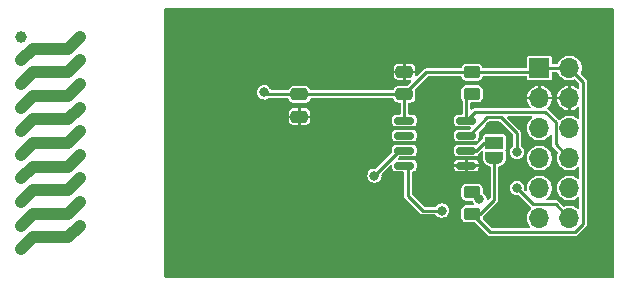
<source format=gbr>
%TF.GenerationSoftware,KiCad,Pcbnew,7.0.10*%
%TF.CreationDate,2024-01-17T19:35:15+01:00*%
%TF.ProjectId,RFM69CW_868,52464d36-3943-4575-9f38-36382e6b6963,rev?*%
%TF.SameCoordinates,Original*%
%TF.FileFunction,Copper,L2,Bot*%
%TF.FilePolarity,Positive*%
%FSLAX46Y46*%
G04 Gerber Fmt 4.6, Leading zero omitted, Abs format (unit mm)*
G04 Created by KiCad (PCBNEW 7.0.10) date 2024-01-17 19:35:15*
%MOMM*%
%LPD*%
G01*
G04 APERTURE LIST*
G04 Aperture macros list*
%AMRoundRect*
0 Rectangle with rounded corners*
0 $1 Rounding radius*
0 $2 $3 $4 $5 $6 $7 $8 $9 X,Y pos of 4 corners*
0 Add a 4 corners polygon primitive as box body*
4,1,4,$2,$3,$4,$5,$6,$7,$8,$9,$2,$3,0*
0 Add four circle primitives for the rounded corners*
1,1,$1+$1,$2,$3*
1,1,$1+$1,$4,$5*
1,1,$1+$1,$6,$7*
1,1,$1+$1,$8,$9*
0 Add four rect primitives between the rounded corners*
20,1,$1+$1,$2,$3,$4,$5,0*
20,1,$1+$1,$4,$5,$6,$7,0*
20,1,$1+$1,$6,$7,$8,$9,0*
20,1,$1+$1,$8,$9,$2,$3,0*%
%AMFreePoly0*
4,1,19,0.550000,-0.750000,0.000000,-0.750000,0.000000,-0.744911,-0.071157,-0.744911,-0.207708,-0.704816,-0.327430,-0.627875,-0.420627,-0.520320,-0.479746,-0.390866,-0.500000,-0.250000,-0.500000,0.250000,-0.479746,0.390866,-0.420627,0.520320,-0.327430,0.627875,-0.207708,0.704816,-0.071157,0.744911,0.000000,0.744911,0.000000,0.750000,0.550000,0.750000,0.550000,-0.750000,0.550000,-0.750000,
$1*%
%AMFreePoly1*
4,1,19,0.000000,0.744911,0.071157,0.744911,0.207708,0.704816,0.327430,0.627875,0.420627,0.520320,0.479746,0.390866,0.500000,0.250000,0.500000,-0.250000,0.479746,-0.390866,0.420627,-0.520320,0.327430,-0.627875,0.207708,-0.704816,0.071157,-0.744911,0.000000,-0.744911,0.000000,-0.750000,-0.550000,-0.750000,-0.550000,0.750000,0.000000,0.750000,0.000000,0.744911,0.000000,0.744911,
$1*%
G04 Aperture macros list end*
%TA.AperFunction,EtchedComponent*%
%ADD10C,1.000000*%
%TD*%
%TA.AperFunction,ComponentPad*%
%ADD11R,1.700000X1.700000*%
%TD*%
%TA.AperFunction,ComponentPad*%
%ADD12O,1.700000X1.700000*%
%TD*%
%TA.AperFunction,ComponentPad*%
%ADD13C,1.000000*%
%TD*%
%TA.AperFunction,SMDPad,CuDef*%
%ADD14FreePoly0,270.000000*%
%TD*%
%TA.AperFunction,SMDPad,CuDef*%
%ADD15R,1.500000X1.000000*%
%TD*%
%TA.AperFunction,SMDPad,CuDef*%
%ADD16FreePoly1,270.000000*%
%TD*%
%TA.AperFunction,SMDPad,CuDef*%
%ADD17RoundRect,0.250000X-0.475000X0.250000X-0.475000X-0.250000X0.475000X-0.250000X0.475000X0.250000X0*%
%TD*%
%TA.AperFunction,SMDPad,CuDef*%
%ADD18RoundRect,0.250000X0.450000X-0.262500X0.450000X0.262500X-0.450000X0.262500X-0.450000X-0.262500X0*%
%TD*%
%TA.AperFunction,SMDPad,CuDef*%
%ADD19RoundRect,0.250000X-0.450000X0.262500X-0.450000X-0.262500X0.450000X-0.262500X0.450000X0.262500X0*%
%TD*%
%TA.AperFunction,SMDPad,CuDef*%
%ADD20RoundRect,0.250000X0.475000X-0.250000X0.475000X0.250000X-0.475000X0.250000X-0.475000X-0.250000X0*%
%TD*%
%TA.AperFunction,SMDPad,CuDef*%
%ADD21RoundRect,0.150000X0.675000X0.150000X-0.675000X0.150000X-0.675000X-0.150000X0.675000X-0.150000X0*%
%TD*%
%TA.AperFunction,ViaPad*%
%ADD22C,0.800000*%
%TD*%
%TA.AperFunction,Conductor*%
%ADD23C,0.250000*%
%TD*%
G04 APERTURE END LIST*
D10*
%TO.C,AE1*%
X105960000Y-58530000D02*
X106960000Y-57530000D01*
X106960000Y-57530000D02*
X109960000Y-57530000D01*
X109960000Y-57530000D02*
X110960000Y-56530000D01*
X105960000Y-56530000D02*
X106960000Y-55530000D01*
X106960000Y-55530000D02*
X109960000Y-55530000D01*
X109960000Y-55530000D02*
X110960000Y-54530000D01*
X105960000Y-54530000D02*
X106960000Y-53530000D01*
X106960000Y-53530000D02*
X109960000Y-53530000D01*
X109960000Y-53530000D02*
X110960000Y-52530000D01*
X105960000Y-52530000D02*
X106960000Y-51530000D01*
X106960000Y-51530000D02*
X109960000Y-51530000D01*
X109960000Y-51530000D02*
X110960000Y-50530000D01*
X105960000Y-50530000D02*
X106960000Y-49530000D01*
X106960000Y-49530000D02*
X109960000Y-49530000D01*
X109960000Y-49530000D02*
X110960000Y-48530000D01*
X105960000Y-48530000D02*
X106960000Y-47530000D01*
X106960000Y-47530000D02*
X109960000Y-47530000D01*
X109960000Y-47530000D02*
X110960000Y-46530000D01*
X105960000Y-46530000D02*
X106960000Y-45530000D01*
X106960000Y-45530000D02*
X109960000Y-45530000D01*
X109960000Y-45530000D02*
X110960000Y-44530000D01*
X105960000Y-44530000D02*
X106960000Y-43530000D01*
X106960000Y-43530000D02*
X109960000Y-43530000D01*
X109960000Y-43530000D02*
X110960000Y-42530000D01*
X105960000Y-42530000D02*
X106960000Y-41530000D01*
X106960000Y-41530000D02*
X109960000Y-41530000D01*
X109960000Y-41530000D02*
X110960000Y-40530000D01*
%TD*%
D11*
%TO.P,J1,1,Pin_1*%
%TO.N,VCC*%
X149860000Y-43180000D03*
D12*
%TO.P,J1,2,Pin_2*%
X152400000Y-43180000D03*
%TO.P,J1,3,Pin_3*%
%TO.N,GND*%
X149860000Y-45720000D03*
%TO.P,J1,4,Pin_4*%
X152400000Y-45720000D03*
%TO.P,J1,5,Pin_5*%
%TO.N,SCK*%
X149860000Y-48260000D03*
%TO.P,J1,6,Pin_6*%
%TO.N,unconnected-(J1-Pin_6-Pad6)*%
X152400000Y-48260000D03*
%TO.P,J1,7,Pin_7*%
%TO.N,MISO*%
X149860000Y-50800000D03*
%TO.P,J1,8,Pin_8*%
%TO.N,nCS2*%
X152400000Y-50800000D03*
%TO.P,J1,9,Pin_9*%
%TO.N,MOSI*%
X149860000Y-53340000D03*
%TO.P,J1,10,Pin_10*%
%TO.N,nRESET*%
X152400000Y-53340000D03*
%TO.P,J1,11,Pin_11*%
%TO.N,nCS*%
X149860000Y-55880000D03*
%TO.P,J1,12,Pin_12*%
%TO.N,DIO0*%
X152400000Y-55880000D03*
%TD*%
D13*
%TO.P,AE1,*%
%TO.N,*%
X105960000Y-58530000D03*
X105960000Y-56530000D03*
X110960000Y-56530000D03*
X105960000Y-54530000D03*
X110960000Y-54530000D03*
X105960000Y-52530000D03*
X110960000Y-52530000D03*
X105960000Y-50530000D03*
X110960000Y-50530000D03*
X105960000Y-48530000D03*
X110960000Y-48530000D03*
X105960000Y-46530000D03*
X110960000Y-46530000D03*
X105960000Y-44530000D03*
X110960000Y-44530000D03*
X105960000Y-42530000D03*
X110960000Y-42530000D03*
X105960000Y-40530000D03*
X110960000Y-40530000D03*
%TD*%
D14*
%TO.P,JP1,1,A*%
%TO.N,GND*%
X146050000Y-48200000D03*
D15*
%TO.P,JP1,2,C*%
%TO.N,Net-(JP1-C)*%
X146050000Y-49500000D03*
D16*
%TO.P,JP1,3,B*%
%TO.N,VCC*%
X146050000Y-50800000D03*
%TD*%
D17*
%TO.P,C1,1*%
%TO.N,VCC*%
X129540000Y-45405000D03*
%TO.P,C1,2*%
%TO.N,GND*%
X129540000Y-47305000D03*
%TD*%
D18*
%TO.P,R2,1*%
%TO.N,VCC*%
X144145000Y-55522500D03*
%TO.P,R2,2*%
%TO.N,nCS*%
X144145000Y-53697500D03*
%TD*%
D19*
%TO.P,R1,1*%
%TO.N,VCC*%
X144145000Y-43537500D03*
%TO.P,R1,2*%
%TO.N,nCS2*%
X144145000Y-45362500D03*
%TD*%
D20*
%TO.P,C2,1*%
%TO.N,VCC*%
X138430000Y-45400000D03*
%TO.P,C2,2*%
%TO.N,GND*%
X138430000Y-43500000D03*
%TD*%
D21*
%TO.P,U2,1,~{CS}*%
%TO.N,nCS2*%
X143680000Y-47625000D03*
%TO.P,U2,2,O1/SO*%
%TO.N,MISO*%
X143680000Y-48895000D03*
%TO.P,U2,3,~{WP}*%
%TO.N,Net-(JP1-C)*%
X143680000Y-50165000D03*
%TO.P,U2,4,VSS*%
%TO.N,GND*%
X143680000Y-51435000D03*
%TO.P,U2,5,SI/IO0*%
%TO.N,MOSI*%
X138430000Y-51435000D03*
%TO.P,U2,6,SCLK*%
%TO.N,SCK*%
X138430000Y-50165000D03*
%TO.P,U2,7,NC*%
%TO.N,unconnected-(U2-NC-Pad7)*%
X138430000Y-48895000D03*
%TO.P,U2,8,VCC*%
%TO.N,VCC*%
X138430000Y-47625000D03*
%TD*%
D22*
%TO.N,GND*%
X136525000Y-60325000D03*
X149225000Y-38735000D03*
X123825000Y-60325000D03*
X130175000Y-60325000D03*
X155575000Y-52705000D03*
X155575000Y-53975000D03*
X155575000Y-38735000D03*
X155575000Y-40005000D03*
X155575000Y-57785000D03*
X155575000Y-51435000D03*
X137795000Y-60325000D03*
X128905000Y-53340000D03*
X131445000Y-60325000D03*
X155575000Y-47625000D03*
X150495000Y-38735000D03*
X141605000Y-38735000D03*
X146685000Y-60325000D03*
X155575000Y-42545000D03*
X133985000Y-60325000D03*
X155575000Y-59055000D03*
X145415000Y-38735000D03*
X150495000Y-60325000D03*
X155575000Y-50165000D03*
X155575000Y-46355000D03*
X132715000Y-60325000D03*
X122555000Y-38735000D03*
X146050000Y-48260000D03*
X121285000Y-60325000D03*
X151765000Y-60325000D03*
X144145000Y-60325000D03*
X155575000Y-60325000D03*
X128905000Y-38735000D03*
X154305000Y-60325000D03*
X128905000Y-60325000D03*
X155575000Y-45085000D03*
X139065000Y-60325000D03*
X145415000Y-60325000D03*
X155575000Y-48895000D03*
X142875000Y-38735000D03*
X153035000Y-38735000D03*
X151765000Y-38735000D03*
X125095000Y-38735000D03*
X122555000Y-60325000D03*
X147955000Y-60325000D03*
X121285000Y-38735000D03*
X126365000Y-38735000D03*
X132715000Y-38735000D03*
X125095000Y-60325000D03*
X127635000Y-60325000D03*
X120015000Y-38735000D03*
X140335000Y-38735000D03*
X128905000Y-51435000D03*
X155575000Y-56515000D03*
X144145000Y-38735000D03*
X118745000Y-38735000D03*
X155575000Y-41275000D03*
X146685000Y-38735000D03*
X118745000Y-60325000D03*
X149225000Y-60325000D03*
X140335000Y-60325000D03*
X133985000Y-38735000D03*
X137795000Y-38735000D03*
X153035000Y-60325000D03*
X142875000Y-60325000D03*
X155575000Y-43815000D03*
X130175000Y-38735000D03*
X154305000Y-38735000D03*
X141605000Y-60325000D03*
X147955000Y-38735000D03*
X135255000Y-38735000D03*
X155575000Y-55245000D03*
X120015000Y-60325000D03*
X136525000Y-38735000D03*
X131445000Y-38735000D03*
X123825000Y-38735000D03*
X139065000Y-38735000D03*
X127635000Y-38735000D03*
X135255000Y-60325000D03*
X126365000Y-60325000D03*
%TO.N,DIO0*%
X147955000Y-53340000D03*
%TO.N,nCS*%
X144780000Y-54285000D03*
%TO.N,SCK*%
X135890000Y-52285000D03*
%TO.N,MOSI*%
X141605000Y-55245000D03*
%TO.N,MISO*%
X147955000Y-50285000D03*
%TO.N,VCC*%
X126555000Y-45245000D03*
%TD*%
D23*
%TO.N,DIO0*%
X149320000Y-54705000D02*
X151225000Y-54705000D01*
X147955000Y-53340000D02*
X149320000Y-54705000D01*
X151225000Y-54705000D02*
X152400000Y-55880000D01*
%TO.N,nCS*%
X144422500Y-53340000D02*
X144422500Y-53927500D01*
X144422500Y-53927500D02*
X144780000Y-54285000D01*
%TO.N,SCK*%
X138430000Y-50165000D02*
X138010000Y-50165000D01*
X138010000Y-50165000D02*
X135890000Y-52285000D01*
%TO.N,MOSI*%
X139992400Y-55245000D02*
X141605000Y-55245000D01*
X138729999Y-53982599D02*
X139992400Y-55245000D01*
X138430000Y-51435000D02*
X138729999Y-51734999D01*
X138729999Y-51734999D02*
X138729999Y-53982599D01*
%TO.N,MISO*%
X145457962Y-47369858D02*
X146642038Y-47369858D01*
X143680000Y-48895000D02*
X143932820Y-48895000D01*
X143932820Y-48895000D02*
X145457962Y-47369858D01*
X147955000Y-48682820D02*
X147955000Y-50285000D01*
X146642038Y-47369858D02*
X147955000Y-48682820D01*
%TO.N,VCC*%
X138430000Y-45400000D02*
X138430000Y-47625000D01*
X144145000Y-43537500D02*
X149502500Y-43537500D01*
X144145000Y-55522500D02*
X145677500Y-57055000D01*
X144845000Y-55522500D02*
X146050000Y-54317500D01*
X144145000Y-43537500D02*
X140292500Y-43537500D01*
X153575000Y-56366701D02*
X153575000Y-44355000D01*
X140292500Y-43537500D02*
X138430000Y-45400000D01*
X149502500Y-43537500D02*
X149860000Y-43180000D01*
X146050000Y-54317500D02*
X146050000Y-50800000D01*
X129540000Y-45405000D02*
X126715000Y-45405000D01*
X153575000Y-44355000D02*
X152400000Y-43180000D01*
X144145000Y-55522500D02*
X144845000Y-55522500D01*
X152886701Y-57055000D02*
X153575000Y-56366701D01*
X126715000Y-45405000D02*
X126555000Y-45245000D01*
X149860000Y-43180000D02*
X152400000Y-43180000D01*
X138430000Y-45400000D02*
X129545000Y-45400000D01*
X129545000Y-45400000D02*
X129540000Y-45405000D01*
X145677500Y-57055000D02*
X152886701Y-57055000D01*
%TO.N,nCS2*%
X143680000Y-47625000D02*
X144385142Y-46919858D01*
X150371559Y-46919858D02*
X151225000Y-47773299D01*
X144385142Y-46919858D02*
X150371559Y-46919858D01*
X151225000Y-49625000D02*
X152400000Y-50800000D01*
X151225000Y-47773299D02*
X151225000Y-49625000D01*
X143680000Y-45827500D02*
X144145000Y-45362500D01*
X143680000Y-47625000D02*
X143680000Y-45827500D01*
%TO.N,Net-(JP1-C)*%
X145169999Y-49500000D02*
X146050000Y-49500000D01*
X143680000Y-50165000D02*
X144504999Y-50165000D01*
X144504999Y-50165000D02*
X145169999Y-49500000D01*
%TD*%
%TA.AperFunction,Conductor*%
%TO.N,GND*%
G36*
X156143691Y-38144407D02*
G01*
X156179655Y-38193907D01*
X156184500Y-38224500D01*
X156184500Y-60835500D01*
X156165593Y-60893691D01*
X156116093Y-60929655D01*
X156085500Y-60934500D01*
X118209000Y-60934500D01*
X118150809Y-60915593D01*
X118114845Y-60866093D01*
X118110000Y-60835500D01*
X118110000Y-52285000D01*
X135284318Y-52285000D01*
X135304955Y-52441758D01*
X135304957Y-52441766D01*
X135365462Y-52587838D01*
X135365462Y-52587839D01*
X135369875Y-52593590D01*
X135461718Y-52713282D01*
X135587159Y-52809536D01*
X135587160Y-52809536D01*
X135587161Y-52809537D01*
X135601470Y-52815464D01*
X135733238Y-52870044D01*
X135850809Y-52885522D01*
X135889999Y-52890682D01*
X135890000Y-52890682D01*
X135890001Y-52890682D01*
X135921352Y-52886554D01*
X136046762Y-52870044D01*
X136192841Y-52809536D01*
X136318282Y-52713282D01*
X136414536Y-52587841D01*
X136475044Y-52441762D01*
X136495682Y-52285000D01*
X136485143Y-52204956D01*
X136496292Y-52144799D01*
X136513289Y-52122035D01*
X137235496Y-51399829D01*
X137290013Y-51372052D01*
X137350445Y-51381623D01*
X137393710Y-51424888D01*
X137404500Y-51469833D01*
X137404500Y-51618260D01*
X137406945Y-51635040D01*
X137414427Y-51686395D01*
X137450637Y-51760462D01*
X137465802Y-51791483D01*
X137548517Y-51874198D01*
X137602285Y-51900483D01*
X137653604Y-51925572D01*
X137653605Y-51925572D01*
X137653607Y-51925573D01*
X137721740Y-51935500D01*
X138305499Y-51935500D01*
X138363690Y-51954407D01*
X138399654Y-52003907D01*
X138404499Y-52034500D01*
X138404499Y-53964064D01*
X138404122Y-53972693D01*
X138400735Y-54011406D01*
X138405149Y-54027881D01*
X138410794Y-54048949D01*
X138412663Y-54057378D01*
X138419410Y-54095644D01*
X138420163Y-54096947D01*
X138430053Y-54120823D01*
X138430442Y-54122278D01*
X138430445Y-54122284D01*
X138452731Y-54154111D01*
X138457371Y-54161394D01*
X138476805Y-54195054D01*
X138506568Y-54220028D01*
X138512937Y-54225863D01*
X139749130Y-55462056D01*
X139754964Y-55468423D01*
X139760688Y-55475245D01*
X139779945Y-55498194D01*
X139813609Y-55517630D01*
X139820882Y-55522264D01*
X139841573Y-55536752D01*
X139852716Y-55544554D01*
X139854167Y-55544942D01*
X139878059Y-55554840D01*
X139879354Y-55555588D01*
X139917620Y-55562335D01*
X139926047Y-55564203D01*
X139963593Y-55574264D01*
X140002309Y-55570877D01*
X140010937Y-55570500D01*
X141049030Y-55570500D01*
X141107221Y-55589407D01*
X141127570Y-55609231D01*
X141176718Y-55673282D01*
X141302159Y-55769536D01*
X141302160Y-55769536D01*
X141302161Y-55769537D01*
X141438410Y-55825973D01*
X141448238Y-55830044D01*
X141565809Y-55845522D01*
X141604999Y-55850682D01*
X141605000Y-55850682D01*
X141605001Y-55850682D01*
X141636352Y-55846554D01*
X141761762Y-55830044D01*
X141907841Y-55769536D01*
X142033282Y-55673282D01*
X142129536Y-55547841D01*
X142190044Y-55401762D01*
X142210682Y-55245000D01*
X142190044Y-55088238D01*
X142185027Y-55076125D01*
X142129537Y-54942161D01*
X142129537Y-54942160D01*
X142033286Y-54816723D01*
X142033285Y-54816722D01*
X142033282Y-54816718D01*
X142033277Y-54816714D01*
X142033276Y-54816713D01*
X141907838Y-54720462D01*
X141761766Y-54659957D01*
X141761758Y-54659955D01*
X141605001Y-54639318D01*
X141604999Y-54639318D01*
X141448241Y-54659955D01*
X141448233Y-54659957D01*
X141302161Y-54720462D01*
X141302160Y-54720462D01*
X141176723Y-54816713D01*
X141176714Y-54816722D01*
X141127572Y-54880767D01*
X141077148Y-54915423D01*
X141049030Y-54919500D01*
X140168234Y-54919500D01*
X140110043Y-54900593D01*
X140098230Y-54890504D01*
X139084495Y-53876769D01*
X139056718Y-53822252D01*
X139055499Y-53806765D01*
X139055499Y-52033179D01*
X139074406Y-51974988D01*
X139123906Y-51939024D01*
X139140219Y-51935214D01*
X139206393Y-51925573D01*
X139311483Y-51874198D01*
X139394198Y-51791483D01*
X139445573Y-51686393D01*
X139455500Y-51618260D01*
X139455500Y-51618216D01*
X142655001Y-51618216D01*
X142664912Y-51686250D01*
X142716214Y-51791188D01*
X142798812Y-51873786D01*
X142903751Y-51925087D01*
X142971784Y-51934999D01*
X143579998Y-51934999D01*
X143580000Y-51934998D01*
X143780000Y-51934998D01*
X143780001Y-51934999D01*
X144388213Y-51934999D01*
X144388216Y-51934998D01*
X144456250Y-51925087D01*
X144561188Y-51873785D01*
X144643786Y-51791187D01*
X144695087Y-51686248D01*
X144705000Y-51618215D01*
X144705000Y-51535001D01*
X144704999Y-51535000D01*
X143780001Y-51535000D01*
X143780000Y-51535001D01*
X143780000Y-51934998D01*
X143580000Y-51934998D01*
X143580000Y-51535001D01*
X143579999Y-51535000D01*
X142655002Y-51535000D01*
X142655001Y-51535001D01*
X142655001Y-51618216D01*
X139455500Y-51618216D01*
X139455500Y-51334999D01*
X142655000Y-51334999D01*
X142655001Y-51335000D01*
X143579999Y-51335000D01*
X143580000Y-51334999D01*
X143780000Y-51334999D01*
X143780001Y-51335000D01*
X144704998Y-51335000D01*
X144704999Y-51334999D01*
X144704999Y-51251786D01*
X144704998Y-51251783D01*
X144695087Y-51183749D01*
X144643785Y-51078811D01*
X144561187Y-50996213D01*
X144456248Y-50944912D01*
X144388216Y-50935000D01*
X143780001Y-50935000D01*
X143780000Y-50935001D01*
X143780000Y-51334999D01*
X143580000Y-51334999D01*
X143580000Y-50935001D01*
X143579999Y-50935000D01*
X142971786Y-50935000D01*
X142971783Y-50935001D01*
X142903749Y-50944912D01*
X142798811Y-50996214D01*
X142716213Y-51078812D01*
X142664912Y-51183751D01*
X142655000Y-51251784D01*
X142655000Y-51334999D01*
X139455500Y-51334999D01*
X139455500Y-51251740D01*
X139445573Y-51183607D01*
X139394198Y-51078517D01*
X139311483Y-50995802D01*
X139311481Y-50995801D01*
X139206395Y-50944427D01*
X139179139Y-50940456D01*
X139138260Y-50934500D01*
X137939833Y-50934500D01*
X137881642Y-50915593D01*
X137845678Y-50866093D01*
X137845678Y-50804907D01*
X137869827Y-50765497D01*
X137940830Y-50694495D01*
X137995346Y-50666719D01*
X138010833Y-50665500D01*
X139138257Y-50665500D01*
X139138260Y-50665500D01*
X139206393Y-50655573D01*
X139311483Y-50604198D01*
X139394198Y-50521483D01*
X139445573Y-50416393D01*
X139455500Y-50348260D01*
X139455500Y-49981740D01*
X139445573Y-49913607D01*
X139394198Y-49808517D01*
X139311483Y-49725802D01*
X139311481Y-49725801D01*
X139206395Y-49674427D01*
X139179139Y-49670456D01*
X139138260Y-49664500D01*
X137721740Y-49664500D01*
X137687673Y-49669463D01*
X137653604Y-49674427D01*
X137548518Y-49725801D01*
X137465801Y-49808518D01*
X137414427Y-49913604D01*
X137404500Y-49981743D01*
X137404500Y-50269165D01*
X137385593Y-50327356D01*
X137375504Y-50339169D01*
X136052966Y-51661706D01*
X135998449Y-51689483D01*
X135970040Y-51689855D01*
X135890001Y-51679318D01*
X135889999Y-51679318D01*
X135733241Y-51699955D01*
X135733233Y-51699957D01*
X135587161Y-51760462D01*
X135587160Y-51760462D01*
X135461723Y-51856713D01*
X135461713Y-51856723D01*
X135365462Y-51982160D01*
X135365462Y-51982161D01*
X135304957Y-52128233D01*
X135304955Y-52128241D01*
X135284318Y-52284999D01*
X135284318Y-52285000D01*
X118110000Y-52285000D01*
X118110000Y-49078260D01*
X137404500Y-49078260D01*
X137411118Y-49123682D01*
X137414427Y-49146395D01*
X137452959Y-49225212D01*
X137465802Y-49251483D01*
X137548517Y-49334198D01*
X137602285Y-49360483D01*
X137653604Y-49385572D01*
X137653605Y-49385572D01*
X137653607Y-49385573D01*
X137721740Y-49395500D01*
X137721743Y-49395500D01*
X139138257Y-49395500D01*
X139138260Y-49395500D01*
X139206393Y-49385573D01*
X139311483Y-49334198D01*
X139394198Y-49251483D01*
X139445573Y-49146393D01*
X139455500Y-49078260D01*
X139455500Y-48711740D01*
X139445573Y-48643607D01*
X139428185Y-48608040D01*
X139409479Y-48569775D01*
X139394198Y-48538517D01*
X139311483Y-48455802D01*
X139284486Y-48442604D01*
X139206395Y-48404427D01*
X139179139Y-48400456D01*
X139138260Y-48394500D01*
X137721740Y-48394500D01*
X137687673Y-48399463D01*
X137653604Y-48404427D01*
X137548518Y-48455801D01*
X137465801Y-48538518D01*
X137414427Y-48643604D01*
X137414427Y-48643607D01*
X137404500Y-48711740D01*
X137404500Y-49078260D01*
X118110000Y-49078260D01*
X118110000Y-47609203D01*
X128615001Y-47609203D01*
X128617850Y-47639600D01*
X128617850Y-47639602D01*
X128662654Y-47767647D01*
X128743207Y-47876790D01*
X128743209Y-47876792D01*
X128852352Y-47957345D01*
X128980398Y-48002149D01*
X129010789Y-48004999D01*
X129439998Y-48004999D01*
X129440000Y-48004998D01*
X129640000Y-48004998D01*
X129640001Y-48004999D01*
X130069203Y-48004999D01*
X130099600Y-48002149D01*
X130099602Y-48002149D01*
X130227647Y-47957345D01*
X130336790Y-47876792D01*
X130336792Y-47876790D01*
X130417345Y-47767647D01*
X130462149Y-47639601D01*
X130464999Y-47609211D01*
X130465000Y-47609210D01*
X130465000Y-47405001D01*
X130464999Y-47405000D01*
X129640001Y-47405000D01*
X129640000Y-47405001D01*
X129640000Y-48004998D01*
X129440000Y-48004998D01*
X129440000Y-47405001D01*
X129439999Y-47405000D01*
X128615002Y-47405000D01*
X128615001Y-47405001D01*
X128615001Y-47609203D01*
X118110000Y-47609203D01*
X118110000Y-47204999D01*
X128615000Y-47204999D01*
X128615001Y-47205000D01*
X129439999Y-47205000D01*
X129440000Y-47204999D01*
X129640000Y-47204999D01*
X129640001Y-47205000D01*
X130464998Y-47205000D01*
X130464999Y-47204999D01*
X130464999Y-47000796D01*
X130462149Y-46970399D01*
X130462149Y-46970397D01*
X130417345Y-46842352D01*
X130336792Y-46733209D01*
X130336790Y-46733207D01*
X130227647Y-46652654D01*
X130099601Y-46607850D01*
X130069211Y-46605000D01*
X129640001Y-46605000D01*
X129640000Y-46605001D01*
X129640000Y-47204999D01*
X129440000Y-47204999D01*
X129440000Y-46605001D01*
X129439999Y-46605000D01*
X129010796Y-46605000D01*
X128980399Y-46607850D01*
X128980397Y-46607850D01*
X128852352Y-46652654D01*
X128743209Y-46733207D01*
X128743207Y-46733209D01*
X128662654Y-46842352D01*
X128617850Y-46970398D01*
X128615000Y-47000788D01*
X128615000Y-47204999D01*
X118110000Y-47204999D01*
X118110000Y-45245000D01*
X125949318Y-45245000D01*
X125969955Y-45401758D01*
X125969957Y-45401766D01*
X126030462Y-45547838D01*
X126030462Y-45547839D01*
X126126713Y-45673276D01*
X126126718Y-45673282D01*
X126126722Y-45673285D01*
X126126723Y-45673286D01*
X126134527Y-45679274D01*
X126252159Y-45769536D01*
X126252160Y-45769536D01*
X126252161Y-45769537D01*
X126373992Y-45820001D01*
X126398238Y-45830044D01*
X126515809Y-45845522D01*
X126554999Y-45850682D01*
X126555000Y-45850682D01*
X126555001Y-45850682D01*
X126586352Y-45846554D01*
X126711762Y-45830044D01*
X126857841Y-45769536D01*
X126882052Y-45750957D01*
X126939727Y-45730534D01*
X126942319Y-45730500D01*
X128543891Y-45730500D01*
X128602082Y-45749407D01*
X128637335Y-45796802D01*
X128662207Y-45867883D01*
X128742845Y-45977144D01*
X128742847Y-45977146D01*
X128742850Y-45977150D01*
X128742853Y-45977152D01*
X128742855Y-45977154D01*
X128852116Y-46057792D01*
X128852117Y-46057792D01*
X128852118Y-46057793D01*
X128980301Y-46102646D01*
X129010725Y-46105499D01*
X129010727Y-46105500D01*
X129010734Y-46105500D01*
X130069273Y-46105500D01*
X130069273Y-46105499D01*
X130099699Y-46102646D01*
X130227882Y-46057793D01*
X130337150Y-45977150D01*
X130417793Y-45867882D01*
X130442665Y-45796802D01*
X130444415Y-45791802D01*
X130481480Y-45743122D01*
X130537859Y-45725500D01*
X137433891Y-45725500D01*
X137492082Y-45744407D01*
X137527335Y-45791802D01*
X137552207Y-45862883D01*
X137632845Y-45972144D01*
X137632847Y-45972146D01*
X137632850Y-45972150D01*
X137632853Y-45972152D01*
X137632855Y-45972154D01*
X137742116Y-46052792D01*
X137742117Y-46052792D01*
X137742118Y-46052793D01*
X137870301Y-46097646D01*
X137900725Y-46100499D01*
X137900727Y-46100500D01*
X137900734Y-46100500D01*
X138005500Y-46100500D01*
X138063691Y-46119407D01*
X138099655Y-46168907D01*
X138104500Y-46199500D01*
X138104500Y-47025500D01*
X138085593Y-47083691D01*
X138036093Y-47119655D01*
X138005500Y-47124500D01*
X137721740Y-47124500D01*
X137687673Y-47129463D01*
X137653604Y-47134427D01*
X137548518Y-47185801D01*
X137465801Y-47268518D01*
X137414427Y-47373604D01*
X137414427Y-47373607D01*
X137404500Y-47441740D01*
X137404500Y-47808260D01*
X137407647Y-47829860D01*
X137414427Y-47876395D01*
X137465801Y-47981481D01*
X137465802Y-47981483D01*
X137548517Y-48064198D01*
X137602285Y-48090483D01*
X137653604Y-48115572D01*
X137653605Y-48115572D01*
X137653607Y-48115573D01*
X137721740Y-48125500D01*
X137721743Y-48125500D01*
X139138257Y-48125500D01*
X139138260Y-48125500D01*
X139206393Y-48115573D01*
X139311483Y-48064198D01*
X139394198Y-47981483D01*
X139445573Y-47876393D01*
X139455500Y-47808260D01*
X139455500Y-47441740D01*
X139445573Y-47373607D01*
X139438845Y-47359845D01*
X139408985Y-47298764D01*
X139394198Y-47268517D01*
X139311483Y-47185802D01*
X139311481Y-47185801D01*
X139206395Y-47134427D01*
X139179139Y-47130456D01*
X139138260Y-47124500D01*
X139138257Y-47124500D01*
X138854500Y-47124500D01*
X138796309Y-47105593D01*
X138760345Y-47056093D01*
X138755500Y-47025500D01*
X138755500Y-46199500D01*
X138774407Y-46141309D01*
X138823907Y-46105345D01*
X138854500Y-46100500D01*
X138959273Y-46100500D01*
X138959273Y-46100499D01*
X138989699Y-46097646D01*
X139117882Y-46052793D01*
X139227150Y-45972150D01*
X139307793Y-45862882D01*
X139352646Y-45734699D01*
X139355499Y-45704273D01*
X139355500Y-45704273D01*
X139355500Y-45095727D01*
X139355499Y-45095725D01*
X139354796Y-45088233D01*
X139352646Y-45065301D01*
X139340109Y-45029474D01*
X139338736Y-44968306D01*
X139363548Y-44926776D01*
X140398330Y-43891996D01*
X140452847Y-43864219D01*
X140468334Y-43863000D01*
X143169517Y-43863000D01*
X143227708Y-43881907D01*
X143262961Y-43929302D01*
X143292207Y-44012883D01*
X143372845Y-44122144D01*
X143372847Y-44122146D01*
X143372850Y-44122150D01*
X143372853Y-44122152D01*
X143372855Y-44122154D01*
X143482116Y-44202792D01*
X143482117Y-44202792D01*
X143482118Y-44202793D01*
X143610301Y-44247646D01*
X143640725Y-44250499D01*
X143640727Y-44250500D01*
X143640734Y-44250500D01*
X144649273Y-44250500D01*
X144649273Y-44250499D01*
X144679699Y-44247646D01*
X144807882Y-44202793D01*
X144917150Y-44122150D01*
X144997793Y-44012882D01*
X145027039Y-43929302D01*
X145064104Y-43880622D01*
X145120483Y-43863000D01*
X148710500Y-43863000D01*
X148768691Y-43881907D01*
X148804655Y-43931407D01*
X148809500Y-43962000D01*
X148809500Y-44049746D01*
X148809501Y-44049758D01*
X148821132Y-44108227D01*
X148821134Y-44108233D01*
X148860493Y-44167137D01*
X148865448Y-44174552D01*
X148931769Y-44218867D01*
X148976231Y-44227711D01*
X148990241Y-44230498D01*
X148990246Y-44230498D01*
X148990252Y-44230500D01*
X148990253Y-44230500D01*
X150729747Y-44230500D01*
X150729748Y-44230500D01*
X150788231Y-44218867D01*
X150854552Y-44174552D01*
X150898867Y-44108231D01*
X150910500Y-44049748D01*
X150910500Y-43604500D01*
X150929407Y-43546309D01*
X150978907Y-43510345D01*
X151009500Y-43505500D01*
X151327546Y-43505500D01*
X151385737Y-43524407D01*
X151421701Y-43573907D01*
X151422267Y-43575709D01*
X151424768Y-43583954D01*
X151424769Y-43583956D01*
X151522316Y-43766452D01*
X151619359Y-43884699D01*
X151653590Y-43926410D01*
X151653595Y-43926414D01*
X151813547Y-44057683D01*
X151813548Y-44057683D01*
X151813550Y-44057685D01*
X151996046Y-44155232D01*
X152133997Y-44197078D01*
X152194065Y-44215300D01*
X152194070Y-44215301D01*
X152399997Y-44235583D01*
X152400000Y-44235583D01*
X152400003Y-44235583D01*
X152605929Y-44215301D01*
X152605934Y-44215300D01*
X152803954Y-44155232D01*
X152811499Y-44151198D01*
X152871730Y-44140439D01*
X152926783Y-44167137D01*
X152928176Y-44168502D01*
X153220504Y-44460830D01*
X153248281Y-44515347D01*
X153249500Y-44530834D01*
X153249500Y-44849521D01*
X153230593Y-44907712D01*
X153181093Y-44943676D01*
X153119907Y-44943676D01*
X153087696Y-44926050D01*
X152986169Y-44842730D01*
X152986160Y-44842724D01*
X152803767Y-44745234D01*
X152803762Y-44745232D01*
X152605836Y-44685191D01*
X152605831Y-44685190D01*
X152500000Y-44674767D01*
X152500000Y-45229235D01*
X152435763Y-45220000D01*
X152364237Y-45220000D01*
X152300000Y-45229235D01*
X152300000Y-44674767D01*
X152299999Y-44674767D01*
X152194168Y-44685190D01*
X152194163Y-44685191D01*
X151996237Y-44745232D01*
X151996232Y-44745234D01*
X151813839Y-44842724D01*
X151813829Y-44842731D01*
X151653949Y-44973940D01*
X151653940Y-44973949D01*
X151522731Y-45133829D01*
X151522724Y-45133839D01*
X151425234Y-45316232D01*
X151425232Y-45316237D01*
X151365191Y-45514163D01*
X151365190Y-45514168D01*
X151354767Y-45619999D01*
X151354768Y-45620000D01*
X151908254Y-45620000D01*
X151900000Y-45648111D01*
X151900000Y-45791889D01*
X151908254Y-45820000D01*
X151354767Y-45820000D01*
X151365190Y-45925831D01*
X151365191Y-45925836D01*
X151425232Y-46123762D01*
X151425234Y-46123767D01*
X151522724Y-46306160D01*
X151522731Y-46306170D01*
X151653940Y-46466050D01*
X151653949Y-46466059D01*
X151813829Y-46597268D01*
X151813839Y-46597275D01*
X151996232Y-46694765D01*
X151996237Y-46694767D01*
X152194166Y-46754808D01*
X152299998Y-46765231D01*
X152300000Y-46765230D01*
X152300000Y-46210764D01*
X152364237Y-46220000D01*
X152435763Y-46220000D01*
X152500000Y-46210764D01*
X152500000Y-46765230D01*
X152500001Y-46765231D01*
X152605833Y-46754808D01*
X152803762Y-46694767D01*
X152803767Y-46694765D01*
X152986160Y-46597275D01*
X152986170Y-46597268D01*
X153087695Y-46513950D01*
X153144672Y-46491650D01*
X153203875Y-46507099D01*
X153242690Y-46554396D01*
X153249500Y-46590478D01*
X153249500Y-47388876D01*
X153230593Y-47447067D01*
X153181093Y-47483031D01*
X153119907Y-47483031D01*
X153087695Y-47465404D01*
X153033449Y-47420886D01*
X152986452Y-47382316D01*
X152803954Y-47284768D01*
X152605934Y-47224699D01*
X152605929Y-47224698D01*
X152400003Y-47204417D01*
X152399997Y-47204417D01*
X152194070Y-47224698D01*
X152194065Y-47224699D01*
X151996045Y-47284768D01*
X151813547Y-47382316D01*
X151653595Y-47513585D01*
X151653589Y-47513591D01*
X151622589Y-47551364D01*
X151571057Y-47584350D01*
X151509977Y-47580746D01*
X151482426Y-47564395D01*
X151448428Y-47535867D01*
X151442060Y-47530033D01*
X150614827Y-46702800D01*
X150608993Y-46696432D01*
X150584014Y-46666663D01*
X150584011Y-46666661D01*
X150577331Y-46662804D01*
X150536393Y-46617332D01*
X150530001Y-46556482D01*
X150560597Y-46503496D01*
X150564032Y-46500542D01*
X150606052Y-46466057D01*
X150606059Y-46466050D01*
X150737268Y-46306170D01*
X150737275Y-46306160D01*
X150834765Y-46123767D01*
X150834767Y-46123762D01*
X150894808Y-45925836D01*
X150894809Y-45925831D01*
X150905232Y-45820000D01*
X150351746Y-45820000D01*
X150360000Y-45791889D01*
X150360000Y-45648111D01*
X150351746Y-45620000D01*
X150905232Y-45620000D01*
X150905232Y-45619999D01*
X150894809Y-45514168D01*
X150894808Y-45514163D01*
X150834767Y-45316237D01*
X150834765Y-45316232D01*
X150737275Y-45133839D01*
X150737268Y-45133829D01*
X150606059Y-44973949D01*
X150606050Y-44973940D01*
X150446170Y-44842731D01*
X150446160Y-44842724D01*
X150263767Y-44745234D01*
X150263762Y-44745232D01*
X150065836Y-44685191D01*
X150065831Y-44685190D01*
X149960000Y-44674767D01*
X149960000Y-45229235D01*
X149895763Y-45220000D01*
X149824237Y-45220000D01*
X149760000Y-45229235D01*
X149760000Y-44674767D01*
X149759999Y-44674767D01*
X149654168Y-44685190D01*
X149654163Y-44685191D01*
X149456237Y-44745232D01*
X149456232Y-44745234D01*
X149273839Y-44842724D01*
X149273829Y-44842731D01*
X149113949Y-44973940D01*
X149113940Y-44973949D01*
X148982731Y-45133829D01*
X148982724Y-45133839D01*
X148885234Y-45316232D01*
X148885232Y-45316237D01*
X148825191Y-45514163D01*
X148825190Y-45514168D01*
X148814767Y-45619999D01*
X148814768Y-45620000D01*
X149368254Y-45620000D01*
X149360000Y-45648111D01*
X149360000Y-45791889D01*
X149368254Y-45820000D01*
X148814767Y-45820000D01*
X148825190Y-45925831D01*
X148825191Y-45925836D01*
X148885232Y-46123762D01*
X148885234Y-46123767D01*
X148982724Y-46306160D01*
X148982731Y-46306170D01*
X149086450Y-46432553D01*
X149108750Y-46489530D01*
X149093301Y-46548733D01*
X149046004Y-46587548D01*
X149009922Y-46594358D01*
X144403665Y-46594358D01*
X144395036Y-46593981D01*
X144356336Y-46590595D01*
X144356327Y-46590595D01*
X144318801Y-46600650D01*
X144310377Y-46602518D01*
X144272100Y-46609268D01*
X144272093Y-46609271D01*
X144270774Y-46610033D01*
X144246932Y-46619908D01*
X144245468Y-46620300D01*
X144245454Y-46620306D01*
X144213630Y-46642589D01*
X144206351Y-46647226D01*
X144172688Y-46666662D01*
X144168135Y-46670483D01*
X144111405Y-46693403D01*
X144052037Y-46678600D01*
X144012708Y-46631729D01*
X144005500Y-46594644D01*
X144005500Y-46174500D01*
X144024407Y-46116309D01*
X144073907Y-46080345D01*
X144104500Y-46075500D01*
X144649273Y-46075500D01*
X144649273Y-46075499D01*
X144679699Y-46072646D01*
X144807882Y-46027793D01*
X144917150Y-45947150D01*
X144997793Y-45837882D01*
X145042646Y-45709699D01*
X145045499Y-45679273D01*
X145045500Y-45679273D01*
X145045500Y-45045727D01*
X145045499Y-45045725D01*
X145042646Y-45015305D01*
X145042646Y-45015301D01*
X144997793Y-44887118D01*
X144970045Y-44849521D01*
X144917154Y-44777855D01*
X144917152Y-44777853D01*
X144917150Y-44777850D01*
X144917146Y-44777847D01*
X144917144Y-44777845D01*
X144807883Y-44697207D01*
X144679703Y-44652355D01*
X144679694Y-44652353D01*
X144649274Y-44649500D01*
X144649266Y-44649500D01*
X143640734Y-44649500D01*
X143640725Y-44649500D01*
X143610305Y-44652353D01*
X143610296Y-44652355D01*
X143482116Y-44697207D01*
X143372855Y-44777845D01*
X143372845Y-44777855D01*
X143292207Y-44887116D01*
X143247355Y-45015296D01*
X143247353Y-45015305D01*
X143244500Y-45045725D01*
X143244500Y-45679274D01*
X143247353Y-45709694D01*
X143247355Y-45709703D01*
X143292206Y-45837881D01*
X143300599Y-45849253D01*
X143335155Y-45896075D01*
X143354497Y-45954120D01*
X143354500Y-45954862D01*
X143354500Y-47025500D01*
X143335593Y-47083691D01*
X143286093Y-47119655D01*
X143255500Y-47124500D01*
X142971740Y-47124500D01*
X142937673Y-47129463D01*
X142903604Y-47134427D01*
X142798518Y-47185801D01*
X142715801Y-47268518D01*
X142664427Y-47373604D01*
X142664427Y-47373607D01*
X142654500Y-47441740D01*
X142654500Y-47808260D01*
X142657647Y-47829860D01*
X142664427Y-47876395D01*
X142715801Y-47981481D01*
X142715802Y-47981483D01*
X142798517Y-48064198D01*
X142852285Y-48090483D01*
X142903604Y-48115572D01*
X142903605Y-48115572D01*
X142903607Y-48115573D01*
X142971740Y-48125500D01*
X144002986Y-48125500D01*
X144061177Y-48144407D01*
X144097141Y-48193907D01*
X144097141Y-48255093D01*
X144072990Y-48294504D01*
X144001990Y-48365504D01*
X143947473Y-48393281D01*
X143931986Y-48394500D01*
X142971740Y-48394500D01*
X142937673Y-48399463D01*
X142903604Y-48404427D01*
X142798518Y-48455801D01*
X142715801Y-48538518D01*
X142664427Y-48643604D01*
X142664427Y-48643607D01*
X142654500Y-48711740D01*
X142654500Y-49078260D01*
X142661118Y-49123682D01*
X142664427Y-49146395D01*
X142702959Y-49225212D01*
X142715802Y-49251483D01*
X142798517Y-49334198D01*
X142852285Y-49360483D01*
X142903604Y-49385572D01*
X142903605Y-49385572D01*
X142903607Y-49385573D01*
X142971740Y-49395500D01*
X142971743Y-49395500D01*
X144388257Y-49395500D01*
X144388260Y-49395500D01*
X144456393Y-49385573D01*
X144561483Y-49334198D01*
X144644198Y-49251483D01*
X144695573Y-49146393D01*
X144705500Y-49078260D01*
X144705500Y-48711740D01*
X144696244Y-48648214D01*
X144706564Y-48587908D01*
X144724206Y-48563939D01*
X145143739Y-48144407D01*
X145563792Y-47724354D01*
X145618309Y-47696577D01*
X145633796Y-47695358D01*
X146466204Y-47695358D01*
X146524395Y-47714265D01*
X146536208Y-47724354D01*
X147600504Y-48788650D01*
X147628281Y-48843167D01*
X147629500Y-48858654D01*
X147629500Y-49729028D01*
X147610593Y-49787219D01*
X147590768Y-49807570D01*
X147526718Y-49856717D01*
X147430462Y-49982160D01*
X147430462Y-49982161D01*
X147369957Y-50128233D01*
X147369955Y-50128241D01*
X147349318Y-50284999D01*
X147349318Y-50285000D01*
X147369955Y-50441758D01*
X147369957Y-50441766D01*
X147430462Y-50587838D01*
X147430462Y-50587839D01*
X147490989Y-50666719D01*
X147526718Y-50713282D01*
X147652159Y-50809536D01*
X147798238Y-50870044D01*
X147915809Y-50885522D01*
X147954999Y-50890682D01*
X147955000Y-50890682D01*
X147955001Y-50890682D01*
X147986352Y-50886554D01*
X148111762Y-50870044D01*
X148257841Y-50809536D01*
X148270265Y-50800003D01*
X148804417Y-50800003D01*
X148824698Y-51005929D01*
X148824699Y-51005934D01*
X148884768Y-51203954D01*
X148982316Y-51386452D01*
X149098817Y-51528409D01*
X149113590Y-51546410D01*
X149113595Y-51546414D01*
X149273547Y-51677683D01*
X149273548Y-51677683D01*
X149273550Y-51677685D01*
X149456046Y-51775232D01*
X149593997Y-51817078D01*
X149654065Y-51835300D01*
X149654070Y-51835301D01*
X149859997Y-51855583D01*
X149860000Y-51855583D01*
X149860003Y-51855583D01*
X150065929Y-51835301D01*
X150065934Y-51835300D01*
X150263954Y-51775232D01*
X150446450Y-51677685D01*
X150606410Y-51546410D01*
X150737685Y-51386450D01*
X150835232Y-51203954D01*
X150895300Y-51005934D01*
X150895301Y-51005929D01*
X150915583Y-50800003D01*
X150915583Y-50799996D01*
X150895301Y-50594070D01*
X150895300Y-50594065D01*
X150873282Y-50521481D01*
X150835232Y-50396046D01*
X150737685Y-50213550D01*
X150729647Y-50203756D01*
X150606414Y-50053595D01*
X150606410Y-50053590D01*
X150454445Y-49928876D01*
X150446452Y-49922316D01*
X150263954Y-49824768D01*
X150065934Y-49764699D01*
X150065929Y-49764698D01*
X149860003Y-49744417D01*
X149859997Y-49744417D01*
X149654070Y-49764698D01*
X149654065Y-49764699D01*
X149456045Y-49824768D01*
X149273547Y-49922316D01*
X149113595Y-50053585D01*
X149113585Y-50053595D01*
X148982316Y-50213547D01*
X148884768Y-50396045D01*
X148824699Y-50594065D01*
X148824698Y-50594070D01*
X148804417Y-50799996D01*
X148804417Y-50800003D01*
X148270265Y-50800003D01*
X148383282Y-50713282D01*
X148479536Y-50587841D01*
X148540044Y-50441762D01*
X148560682Y-50285000D01*
X148540044Y-50128238D01*
X148538703Y-50125000D01*
X148479537Y-49982161D01*
X148479537Y-49982160D01*
X148426932Y-49913604D01*
X148383282Y-49856718D01*
X148360919Y-49839558D01*
X148319232Y-49807570D01*
X148284577Y-49757145D01*
X148280500Y-49729028D01*
X148280500Y-48701353D01*
X148280877Y-48692724D01*
X148284264Y-48654013D01*
X148274204Y-48616472D01*
X148272335Y-48608040D01*
X148265588Y-48569774D01*
X148264840Y-48568479D01*
X148254942Y-48544587D01*
X148254554Y-48543136D01*
X148232264Y-48511302D01*
X148227630Y-48504029D01*
X148208194Y-48470365D01*
X148202913Y-48465934D01*
X148178428Y-48445388D01*
X148172060Y-48439554D01*
X147146868Y-47414362D01*
X147119091Y-47359845D01*
X147128662Y-47299413D01*
X147171927Y-47256148D01*
X147216872Y-47245358D01*
X149163746Y-47245358D01*
X149221937Y-47264265D01*
X149257901Y-47313765D01*
X149257901Y-47374951D01*
X149226551Y-47420886D01*
X149113595Y-47513585D01*
X149113585Y-47513595D01*
X148982316Y-47673547D01*
X148884768Y-47856045D01*
X148824699Y-48054065D01*
X148824698Y-48054070D01*
X148804417Y-48259996D01*
X148804417Y-48260003D01*
X148824698Y-48465929D01*
X148824699Y-48465934D01*
X148884768Y-48663954D01*
X148982316Y-48846452D01*
X149113585Y-49006404D01*
X149113590Y-49006410D01*
X149113595Y-49006414D01*
X149273547Y-49137683D01*
X149273548Y-49137683D01*
X149273550Y-49137685D01*
X149456046Y-49235232D01*
X149592321Y-49276570D01*
X149654065Y-49295300D01*
X149654070Y-49295301D01*
X149859997Y-49315583D01*
X149860000Y-49315583D01*
X149860003Y-49315583D01*
X150065929Y-49295301D01*
X150065934Y-49295300D01*
X150263954Y-49235232D01*
X150446450Y-49137685D01*
X150606410Y-49006410D01*
X150723972Y-48863158D01*
X150775503Y-48830172D01*
X150836582Y-48833774D01*
X150883879Y-48872589D01*
X150899500Y-48925964D01*
X150899500Y-49606465D01*
X150899123Y-49615094D01*
X150895736Y-49653805D01*
X150895736Y-49653806D01*
X150905795Y-49691350D01*
X150907664Y-49699779D01*
X150914411Y-49738045D01*
X150915164Y-49739348D01*
X150925054Y-49763224D01*
X150925443Y-49764679D01*
X150925446Y-49764685D01*
X150947732Y-49796512D01*
X150952371Y-49803793D01*
X150955098Y-49808517D01*
X150971806Y-49837455D01*
X151001569Y-49862429D01*
X151007938Y-49868264D01*
X151411497Y-50271823D01*
X151439274Y-50326340D01*
X151429703Y-50386772D01*
X151428807Y-50388489D01*
X151424770Y-50396041D01*
X151424766Y-50396052D01*
X151364699Y-50594065D01*
X151364698Y-50594070D01*
X151344417Y-50799996D01*
X151344417Y-50800003D01*
X151364698Y-51005929D01*
X151364699Y-51005934D01*
X151424768Y-51203954D01*
X151522316Y-51386452D01*
X151638817Y-51528409D01*
X151653590Y-51546410D01*
X151653595Y-51546414D01*
X151813547Y-51677683D01*
X151813548Y-51677683D01*
X151813550Y-51677685D01*
X151996046Y-51775232D01*
X152133997Y-51817078D01*
X152194065Y-51835300D01*
X152194070Y-51835301D01*
X152399997Y-51855583D01*
X152400000Y-51855583D01*
X152400003Y-51855583D01*
X152605929Y-51835301D01*
X152605934Y-51835300D01*
X152803954Y-51775232D01*
X152986450Y-51677685D01*
X153087697Y-51594594D01*
X153144671Y-51572295D01*
X153203874Y-51587743D01*
X153242690Y-51635040D01*
X153249500Y-51671123D01*
X153249500Y-52468876D01*
X153230593Y-52527067D01*
X153181093Y-52563031D01*
X153119907Y-52563031D01*
X153087695Y-52545404D01*
X153060627Y-52523190D01*
X152986452Y-52462316D01*
X152803954Y-52364768D01*
X152605934Y-52304699D01*
X152605929Y-52304698D01*
X152400003Y-52284417D01*
X152399997Y-52284417D01*
X152194070Y-52304698D01*
X152194065Y-52304699D01*
X151996045Y-52364768D01*
X151813547Y-52462316D01*
X151653595Y-52593585D01*
X151653585Y-52593595D01*
X151522316Y-52753547D01*
X151424768Y-52936045D01*
X151364699Y-53134065D01*
X151364698Y-53134070D01*
X151344417Y-53339996D01*
X151344417Y-53340003D01*
X151364698Y-53545929D01*
X151364699Y-53545934D01*
X151424768Y-53743954D01*
X151522316Y-53926452D01*
X151592035Y-54011405D01*
X151653590Y-54086410D01*
X151680185Y-54108236D01*
X151813547Y-54217683D01*
X151813548Y-54217683D01*
X151813550Y-54217685D01*
X151996046Y-54315232D01*
X152098488Y-54346307D01*
X152194065Y-54375300D01*
X152194070Y-54375301D01*
X152399997Y-54395583D01*
X152400000Y-54395583D01*
X152400003Y-54395583D01*
X152605929Y-54375301D01*
X152605934Y-54375300D01*
X152621121Y-54370693D01*
X152803954Y-54315232D01*
X152986450Y-54217685D01*
X153087697Y-54134594D01*
X153144671Y-54112295D01*
X153203874Y-54127743D01*
X153242690Y-54175040D01*
X153249500Y-54211123D01*
X153249500Y-55008876D01*
X153230593Y-55067067D01*
X153181093Y-55103031D01*
X153119907Y-55103031D01*
X153087695Y-55085404D01*
X153041043Y-55047118D01*
X152986452Y-55002316D01*
X152803954Y-54904768D01*
X152605934Y-54844699D01*
X152605929Y-54844698D01*
X152400003Y-54824417D01*
X152399997Y-54824417D01*
X152194070Y-54844698D01*
X152194065Y-54844699D01*
X151996052Y-54904766D01*
X151996049Y-54904767D01*
X151996046Y-54904768D01*
X151996044Y-54904768D01*
X151996041Y-54904770D01*
X151988489Y-54908807D01*
X151928255Y-54919558D01*
X151873206Y-54892852D01*
X151871823Y-54891497D01*
X151468268Y-54487942D01*
X151462434Y-54481574D01*
X151437456Y-54451806D01*
X151403795Y-54432372D01*
X151396512Y-54427732D01*
X151364685Y-54405446D01*
X151364679Y-54405443D01*
X151363224Y-54405054D01*
X151339348Y-54395164D01*
X151338045Y-54394411D01*
X151299779Y-54387664D01*
X151291350Y-54385795D01*
X151266448Y-54379123D01*
X151253807Y-54375736D01*
X151253806Y-54375736D01*
X151253805Y-54375736D01*
X151215095Y-54379123D01*
X151206466Y-54379500D01*
X150525965Y-54379500D01*
X150467774Y-54360593D01*
X150431810Y-54311093D01*
X150431810Y-54249907D01*
X150463160Y-54203972D01*
X150519600Y-54157653D01*
X150606410Y-54086410D01*
X150737685Y-53926450D01*
X150835232Y-53743954D01*
X150895300Y-53545934D01*
X150895301Y-53545929D01*
X150915583Y-53340003D01*
X150915583Y-53339996D01*
X150895301Y-53134070D01*
X150895300Y-53134065D01*
X150877078Y-53073997D01*
X150835232Y-52936046D01*
X150737685Y-52753550D01*
X150704641Y-52713286D01*
X150606414Y-52593595D01*
X150606410Y-52593590D01*
X150454445Y-52468876D01*
X150446452Y-52462316D01*
X150263954Y-52364768D01*
X150065934Y-52304699D01*
X150065929Y-52304698D01*
X149860003Y-52284417D01*
X149859997Y-52284417D01*
X149654070Y-52304698D01*
X149654065Y-52304699D01*
X149456045Y-52364768D01*
X149273547Y-52462316D01*
X149113595Y-52593585D01*
X149113585Y-52593595D01*
X148982316Y-52753547D01*
X148884768Y-52936045D01*
X148824699Y-53134065D01*
X148824698Y-53134070D01*
X148804417Y-53339996D01*
X148804417Y-53340004D01*
X148819805Y-53496245D01*
X148806693Y-53556008D01*
X148760956Y-53596651D01*
X148700065Y-53602648D01*
X148651278Y-53575952D01*
X148578292Y-53502966D01*
X148550515Y-53448449D01*
X148550143Y-53420046D01*
X148560682Y-53340000D01*
X148540044Y-53183238D01*
X148479537Y-53037161D01*
X148479537Y-53037160D01*
X148383286Y-52911723D01*
X148383285Y-52911722D01*
X148383282Y-52911718D01*
X148383277Y-52911714D01*
X148383276Y-52911713D01*
X148257838Y-52815462D01*
X148111766Y-52754957D01*
X148111758Y-52754955D01*
X147955001Y-52734318D01*
X147954999Y-52734318D01*
X147798241Y-52754955D01*
X147798233Y-52754957D01*
X147652161Y-52815462D01*
X147652160Y-52815462D01*
X147526723Y-52911713D01*
X147526713Y-52911723D01*
X147430462Y-53037160D01*
X147430462Y-53037161D01*
X147369957Y-53183233D01*
X147369955Y-53183241D01*
X147349318Y-53339999D01*
X147349318Y-53340000D01*
X147369955Y-53496758D01*
X147369957Y-53496766D01*
X147430462Y-53642838D01*
X147430462Y-53642839D01*
X147526713Y-53768276D01*
X147526718Y-53768282D01*
X147652159Y-53864536D01*
X147652160Y-53864536D01*
X147652161Y-53864537D01*
X147798233Y-53925042D01*
X147798238Y-53925044D01*
X147955000Y-53945682D01*
X148035041Y-53935143D01*
X148095199Y-53946292D01*
X148117966Y-53963292D01*
X149076730Y-54922056D01*
X149082564Y-54928423D01*
X149107545Y-54958194D01*
X149112672Y-54961154D01*
X149153615Y-55006622D01*
X149160012Y-55067472D01*
X149129421Y-55120461D01*
X149125983Y-55123418D01*
X149113591Y-55133588D01*
X148982316Y-55293547D01*
X148884768Y-55476045D01*
X148824699Y-55674065D01*
X148824698Y-55674070D01*
X148804417Y-55879996D01*
X148804417Y-55880003D01*
X148824698Y-56085929D01*
X148824699Y-56085934D01*
X148884768Y-56283954D01*
X148982316Y-56466452D01*
X149065404Y-56567695D01*
X149087704Y-56624672D01*
X149072255Y-56683875D01*
X149024958Y-56722690D01*
X148988876Y-56729500D01*
X145853335Y-56729500D01*
X145795144Y-56710593D01*
X145783331Y-56700504D01*
X145063271Y-55980445D01*
X145035494Y-55925928D01*
X145039831Y-55877741D01*
X145042646Y-55869699D01*
X145045499Y-55839273D01*
X145045500Y-55839273D01*
X145045500Y-55825973D01*
X145064407Y-55767782D01*
X145068648Y-55762353D01*
X145082442Y-55745914D01*
X145088254Y-55739570D01*
X146267072Y-54560753D01*
X146273431Y-54554928D01*
X146303194Y-54529955D01*
X146322624Y-54496299D01*
X146327252Y-54489032D01*
X146349554Y-54457184D01*
X146349942Y-54455736D01*
X146359838Y-54431845D01*
X146360586Y-54430548D01*
X146360585Y-54430548D01*
X146360588Y-54430545D01*
X146367341Y-54392243D01*
X146369198Y-54383866D01*
X146379263Y-54346307D01*
X146375877Y-54307602D01*
X146375500Y-54298974D01*
X146375500Y-51586600D01*
X146394407Y-51528409D01*
X146443907Y-51492445D01*
X146460404Y-51488609D01*
X146471408Y-51487027D01*
X146527238Y-51470634D01*
X146658023Y-51410906D01*
X146706971Y-51379449D01*
X146815632Y-51285295D01*
X146853737Y-51241320D01*
X146853739Y-51241315D01*
X146853744Y-51241310D01*
X146931463Y-51120375D01*
X146931469Y-51120366D01*
X146955640Y-51067438D01*
X146996147Y-50929483D01*
X147004428Y-50871889D01*
X147004428Y-50250000D01*
X146988867Y-50171769D01*
X146988865Y-50171766D01*
X146988865Y-50171765D01*
X146985187Y-50162885D01*
X146980386Y-50101888D01*
X146985187Y-50087113D01*
X146988863Y-50078236D01*
X146988867Y-50078231D01*
X147000500Y-50019748D01*
X147000500Y-48980252D01*
X146988867Y-48921769D01*
X146944552Y-48855448D01*
X146931086Y-48846450D01*
X146878233Y-48811134D01*
X146878231Y-48811133D01*
X146878228Y-48811132D01*
X146878227Y-48811132D01*
X146819758Y-48799501D01*
X146819748Y-48799500D01*
X145280252Y-48799500D01*
X145280251Y-48799500D01*
X145280241Y-48799501D01*
X145221772Y-48811132D01*
X145221766Y-48811134D01*
X145155451Y-48855445D01*
X145155445Y-48855451D01*
X145111134Y-48921766D01*
X145111132Y-48921772D01*
X145099501Y-48980241D01*
X145099500Y-48980253D01*
X145099500Y-49105942D01*
X145080593Y-49164133D01*
X145037528Y-49195421D01*
X145038165Y-49196786D01*
X145031143Y-49200060D01*
X145031093Y-49200097D01*
X145031015Y-49200119D01*
X145030317Y-49200445D01*
X145030315Y-49200446D01*
X144998474Y-49222740D01*
X144991204Y-49227371D01*
X144957544Y-49246805D01*
X144932568Y-49276570D01*
X144926735Y-49282936D01*
X144558835Y-49650836D01*
X144504318Y-49678613D01*
X144459602Y-49675419D01*
X144456393Y-49674427D01*
X144388260Y-49664500D01*
X142971740Y-49664500D01*
X142937673Y-49669463D01*
X142903604Y-49674427D01*
X142798518Y-49725801D01*
X142715801Y-49808518D01*
X142664427Y-49913604D01*
X142664427Y-49913607D01*
X142654500Y-49981740D01*
X142654500Y-50348260D01*
X142659425Y-50382059D01*
X142664427Y-50416395D01*
X142687530Y-50463652D01*
X142715802Y-50521483D01*
X142798517Y-50604198D01*
X142852285Y-50630483D01*
X142903604Y-50655572D01*
X142903605Y-50655572D01*
X142903607Y-50655573D01*
X142971740Y-50665500D01*
X142971743Y-50665500D01*
X144388257Y-50665500D01*
X144388260Y-50665500D01*
X144456393Y-50655573D01*
X144561483Y-50604198D01*
X144644198Y-50521483D01*
X144672470Y-50463648D01*
X144711916Y-50421390D01*
X144717454Y-50418194D01*
X144742441Y-50388414D01*
X144748265Y-50382059D01*
X144926569Y-50203756D01*
X144981085Y-50175979D01*
X145041517Y-50185550D01*
X145084782Y-50228815D01*
X145095572Y-50273760D01*
X145095572Y-50871888D01*
X145103852Y-50929479D01*
X145103853Y-50929484D01*
X145123447Y-50996214D01*
X145144360Y-51067438D01*
X145168531Y-51120366D01*
X145168532Y-51120368D01*
X145168536Y-51120375D01*
X145246255Y-51241310D01*
X145246261Y-51241318D01*
X145255329Y-51251783D01*
X145284368Y-51285295D01*
X145284375Y-51285301D01*
X145284377Y-51285303D01*
X145393023Y-51379445D01*
X145393036Y-51379454D01*
X145441967Y-51410900D01*
X145441971Y-51410902D01*
X145441977Y-51410906D01*
X145572762Y-51470634D01*
X145628592Y-51487027D01*
X145639589Y-51488608D01*
X145694495Y-51515602D01*
X145723050Y-51569716D01*
X145724500Y-51586600D01*
X145724500Y-54141665D01*
X145705593Y-54199856D01*
X145695504Y-54211669D01*
X145554686Y-54352487D01*
X145500169Y-54380264D01*
X145439737Y-54370693D01*
X145396472Y-54327428D01*
X145387790Y-54291266D01*
X145386529Y-54291433D01*
X145379762Y-54240032D01*
X145365044Y-54128238D01*
X145330439Y-54044694D01*
X145304537Y-53982161D01*
X145304537Y-53982160D01*
X145208286Y-53856723D01*
X145208285Y-53856722D01*
X145208282Y-53856718D01*
X145084232Y-53761531D01*
X145049577Y-53711106D01*
X145045500Y-53682989D01*
X145045500Y-53380727D01*
X145045499Y-53380725D01*
X145042646Y-53350305D01*
X145042646Y-53350301D01*
X144997793Y-53222118D01*
X144969098Y-53183238D01*
X144917154Y-53112855D01*
X144917152Y-53112853D01*
X144917150Y-53112850D01*
X144917146Y-53112847D01*
X144917144Y-53112845D01*
X144807883Y-53032207D01*
X144679703Y-52987355D01*
X144679694Y-52987353D01*
X144649274Y-52984500D01*
X144649266Y-52984500D01*
X143640734Y-52984500D01*
X143640725Y-52984500D01*
X143610305Y-52987353D01*
X143610296Y-52987355D01*
X143482116Y-53032207D01*
X143372855Y-53112845D01*
X143372845Y-53112855D01*
X143292207Y-53222116D01*
X143247355Y-53350296D01*
X143247353Y-53350305D01*
X143244500Y-53380725D01*
X143244500Y-54014274D01*
X143247353Y-54044694D01*
X143247355Y-54044703D01*
X143292207Y-54172883D01*
X143372845Y-54282144D01*
X143372847Y-54282146D01*
X143372850Y-54282150D01*
X143372853Y-54282152D01*
X143372855Y-54282154D01*
X143482116Y-54362792D01*
X143482117Y-54362792D01*
X143482118Y-54362793D01*
X143610301Y-54407646D01*
X143640725Y-54410499D01*
X143640727Y-54410500D01*
X143640734Y-54410500D01*
X144115857Y-54410500D01*
X144174048Y-54429407D01*
X144207321Y-54471614D01*
X144214527Y-54489012D01*
X144255464Y-54587841D01*
X144294964Y-54639318D01*
X144303339Y-54650233D01*
X144323763Y-54707909D01*
X144306385Y-54766574D01*
X144257844Y-54803822D01*
X144224797Y-54809500D01*
X143640725Y-54809500D01*
X143610305Y-54812353D01*
X143610296Y-54812355D01*
X143482116Y-54857207D01*
X143372855Y-54937845D01*
X143372845Y-54937855D01*
X143292207Y-55047116D01*
X143247355Y-55175296D01*
X143247353Y-55175305D01*
X143244500Y-55205725D01*
X143244500Y-55839274D01*
X143247353Y-55869694D01*
X143247355Y-55869703D01*
X143292207Y-55997883D01*
X143372845Y-56107144D01*
X143372847Y-56107146D01*
X143372850Y-56107150D01*
X143372853Y-56107152D01*
X143372855Y-56107154D01*
X143482116Y-56187792D01*
X143482117Y-56187792D01*
X143482118Y-56187793D01*
X143610301Y-56232646D01*
X143640725Y-56235499D01*
X143640727Y-56235500D01*
X143640734Y-56235500D01*
X144356666Y-56235500D01*
X144414857Y-56254407D01*
X144426670Y-56264496D01*
X145434241Y-57272068D01*
X145440065Y-57278424D01*
X145465045Y-57308194D01*
X145498708Y-57327629D01*
X145505973Y-57332257D01*
X145537816Y-57354554D01*
X145539267Y-57354942D01*
X145563159Y-57364840D01*
X145564454Y-57365588D01*
X145575690Y-57367568D01*
X145602733Y-57372337D01*
X145611142Y-57374201D01*
X145648693Y-57384263D01*
X145648694Y-57384262D01*
X145648694Y-57384263D01*
X145687397Y-57380877D01*
X145696025Y-57380500D01*
X152868167Y-57380500D01*
X152876795Y-57380876D01*
X152915508Y-57384264D01*
X152953055Y-57374202D01*
X152961485Y-57372334D01*
X152999746Y-57365588D01*
X153001046Y-57364838D01*
X153024937Y-57354942D01*
X153025165Y-57354880D01*
X153026385Y-57354554D01*
X153058234Y-57332251D01*
X153065480Y-57327635D01*
X153099156Y-57308194D01*
X153124144Y-57278413D01*
X153129958Y-57272068D01*
X153792066Y-56609959D01*
X153798425Y-56604134D01*
X153803463Y-56599907D01*
X153828194Y-56579156D01*
X153847635Y-56545480D01*
X153852251Y-56538234D01*
X153874554Y-56506385D01*
X153874942Y-56504937D01*
X153884838Y-56481046D01*
X153885588Y-56479746D01*
X153892334Y-56441485D01*
X153894204Y-56433049D01*
X153904264Y-56395508D01*
X153900877Y-56356792D01*
X153900500Y-56348164D01*
X153900500Y-44373533D01*
X153900877Y-44364904D01*
X153904264Y-44326193D01*
X153894204Y-44288652D01*
X153892335Y-44280220D01*
X153885588Y-44241954D01*
X153884840Y-44240659D01*
X153874942Y-44216767D01*
X153874554Y-44215316D01*
X153852264Y-44183482D01*
X153847630Y-44176209D01*
X153828194Y-44142545D01*
X153825684Y-44140439D01*
X153798428Y-44117568D01*
X153792060Y-44111734D01*
X153388502Y-43708176D01*
X153360725Y-43653659D01*
X153370296Y-43593227D01*
X153371174Y-43591544D01*
X153375232Y-43583954D01*
X153435300Y-43385934D01*
X153435301Y-43385929D01*
X153455583Y-43180003D01*
X153455583Y-43179996D01*
X153435301Y-42974070D01*
X153435300Y-42974065D01*
X153399030Y-42854500D01*
X153375232Y-42776046D01*
X153277685Y-42593550D01*
X153146410Y-42433590D01*
X152996123Y-42310253D01*
X152986452Y-42302316D01*
X152803954Y-42204768D01*
X152605934Y-42144699D01*
X152605929Y-42144698D01*
X152400003Y-42124417D01*
X152399997Y-42124417D01*
X152194070Y-42144698D01*
X152194065Y-42144699D01*
X151996045Y-42204768D01*
X151813547Y-42302316D01*
X151653595Y-42433585D01*
X151653585Y-42433595D01*
X151522316Y-42593547D01*
X151424769Y-42776043D01*
X151424768Y-42776045D01*
X151424768Y-42776046D01*
X151422282Y-42784241D01*
X151387297Y-42834436D01*
X151329488Y-42854481D01*
X151327546Y-42854500D01*
X151009500Y-42854500D01*
X150951309Y-42835593D01*
X150915345Y-42786093D01*
X150910500Y-42755500D01*
X150910500Y-42310253D01*
X150910498Y-42310241D01*
X150907711Y-42296231D01*
X150898867Y-42251769D01*
X150854552Y-42185448D01*
X150854548Y-42185445D01*
X150788233Y-42141134D01*
X150788231Y-42141133D01*
X150788228Y-42141132D01*
X150788227Y-42141132D01*
X150729758Y-42129501D01*
X150729748Y-42129500D01*
X148990252Y-42129500D01*
X148990251Y-42129500D01*
X148990241Y-42129501D01*
X148931772Y-42141132D01*
X148931766Y-42141134D01*
X148865451Y-42185445D01*
X148865445Y-42185451D01*
X148821134Y-42251766D01*
X148821132Y-42251772D01*
X148809501Y-42310241D01*
X148809500Y-42310253D01*
X148809500Y-43113000D01*
X148790593Y-43171191D01*
X148741093Y-43207155D01*
X148710500Y-43212000D01*
X145120483Y-43212000D01*
X145062292Y-43193093D01*
X145027039Y-43145698D01*
X144997792Y-43062116D01*
X144917154Y-42952855D01*
X144917152Y-42952853D01*
X144917150Y-42952850D01*
X144917146Y-42952847D01*
X144917144Y-42952845D01*
X144807883Y-42872207D01*
X144679703Y-42827355D01*
X144679694Y-42827353D01*
X144649274Y-42824500D01*
X144649266Y-42824500D01*
X143640734Y-42824500D01*
X143640725Y-42824500D01*
X143610305Y-42827353D01*
X143610296Y-42827355D01*
X143482116Y-42872207D01*
X143372855Y-42952845D01*
X143372845Y-42952855D01*
X143292207Y-43062116D01*
X143262961Y-43145698D01*
X143225896Y-43194378D01*
X143169517Y-43212000D01*
X140311034Y-43212000D01*
X140302405Y-43211623D01*
X140263694Y-43208236D01*
X140263687Y-43208236D01*
X140226149Y-43218294D01*
X140217723Y-43220162D01*
X140179460Y-43226910D01*
X140179448Y-43226914D01*
X140178140Y-43227670D01*
X140154286Y-43237551D01*
X140152824Y-43237942D01*
X140152817Y-43237945D01*
X140152816Y-43237946D01*
X140120975Y-43260240D01*
X140113705Y-43264871D01*
X140080045Y-43284305D01*
X140055069Y-43314070D01*
X140049236Y-43320436D01*
X139524004Y-43845669D01*
X139469487Y-43873446D01*
X139409055Y-43863875D01*
X139365790Y-43820610D01*
X139355000Y-43775665D01*
X139355000Y-43600001D01*
X139354999Y-43600000D01*
X138530001Y-43600000D01*
X138530000Y-43600001D01*
X138530000Y-44199998D01*
X138530001Y-44199999D01*
X138930667Y-44199999D01*
X138988858Y-44218906D01*
X139024822Y-44268406D01*
X139024822Y-44329592D01*
X139000671Y-44369003D01*
X138699170Y-44670504D01*
X138644653Y-44698281D01*
X138629166Y-44699500D01*
X137900725Y-44699500D01*
X137870305Y-44702353D01*
X137870296Y-44702355D01*
X137742116Y-44747207D01*
X137632855Y-44827845D01*
X137632845Y-44827855D01*
X137552207Y-44937116D01*
X137527335Y-45008198D01*
X137490270Y-45056878D01*
X137433891Y-45074500D01*
X130534360Y-45074500D01*
X130476169Y-45055593D01*
X130440916Y-45008198D01*
X130417808Y-44942161D01*
X130417793Y-44942118D01*
X130414101Y-44937116D01*
X130337154Y-44832855D01*
X130337152Y-44832853D01*
X130337150Y-44832850D01*
X130337146Y-44832847D01*
X130337144Y-44832845D01*
X130227883Y-44752207D01*
X130099703Y-44707355D01*
X130099694Y-44707353D01*
X130069274Y-44704500D01*
X130069266Y-44704500D01*
X129010734Y-44704500D01*
X129010725Y-44704500D01*
X128980305Y-44707353D01*
X128980296Y-44707355D01*
X128852116Y-44752207D01*
X128742855Y-44832845D01*
X128742845Y-44832855D01*
X128662207Y-44942116D01*
X128637335Y-45013198D01*
X128600270Y-45061878D01*
X128543891Y-45079500D01*
X127202575Y-45079500D01*
X127144384Y-45060593D01*
X127111111Y-45018386D01*
X127091383Y-44970760D01*
X127079536Y-44942159D01*
X126995664Y-44832855D01*
X126983286Y-44816723D01*
X126983285Y-44816722D01*
X126983282Y-44816718D01*
X126983277Y-44816714D01*
X126983276Y-44816713D01*
X126857838Y-44720462D01*
X126711766Y-44659957D01*
X126711758Y-44659955D01*
X126555001Y-44639318D01*
X126554999Y-44639318D01*
X126398241Y-44659955D01*
X126398233Y-44659957D01*
X126252161Y-44720462D01*
X126252160Y-44720462D01*
X126126723Y-44816713D01*
X126126713Y-44816723D01*
X126030462Y-44942160D01*
X126030462Y-44942161D01*
X125969957Y-45088233D01*
X125969955Y-45088241D01*
X125949318Y-45244999D01*
X125949318Y-45245000D01*
X118110000Y-45245000D01*
X118110000Y-43804203D01*
X137505001Y-43804203D01*
X137507850Y-43834600D01*
X137507850Y-43834602D01*
X137552654Y-43962647D01*
X137633207Y-44071790D01*
X137633209Y-44071792D01*
X137742352Y-44152345D01*
X137870398Y-44197149D01*
X137900789Y-44199999D01*
X138329998Y-44199999D01*
X138330000Y-44199998D01*
X138330000Y-43600001D01*
X138329999Y-43600000D01*
X137505002Y-43600000D01*
X137505001Y-43600001D01*
X137505001Y-43804203D01*
X118110000Y-43804203D01*
X118110000Y-43399999D01*
X137505000Y-43399999D01*
X137505001Y-43400000D01*
X138329999Y-43400000D01*
X138330000Y-43399999D01*
X138530000Y-43399999D01*
X138530001Y-43400000D01*
X139354998Y-43400000D01*
X139354999Y-43399999D01*
X139354999Y-43195796D01*
X139352149Y-43165399D01*
X139352149Y-43165397D01*
X139307345Y-43037352D01*
X139226792Y-42928209D01*
X139226790Y-42928207D01*
X139117647Y-42847654D01*
X138989601Y-42802850D01*
X138959211Y-42800000D01*
X138530001Y-42800000D01*
X138530000Y-42800001D01*
X138530000Y-43399999D01*
X138330000Y-43399999D01*
X138330000Y-42800001D01*
X138329999Y-42800000D01*
X137900796Y-42800000D01*
X137870399Y-42802850D01*
X137870397Y-42802850D01*
X137742352Y-42847654D01*
X137633209Y-42928207D01*
X137633207Y-42928209D01*
X137552654Y-43037352D01*
X137507850Y-43165398D01*
X137505000Y-43195788D01*
X137505000Y-43399999D01*
X118110000Y-43399999D01*
X118110000Y-38224500D01*
X118128907Y-38166309D01*
X118178407Y-38130345D01*
X118209000Y-38125500D01*
X156085500Y-38125500D01*
X156143691Y-38144407D01*
G37*
%TD.AperFunction*%
%TD*%
M02*

</source>
